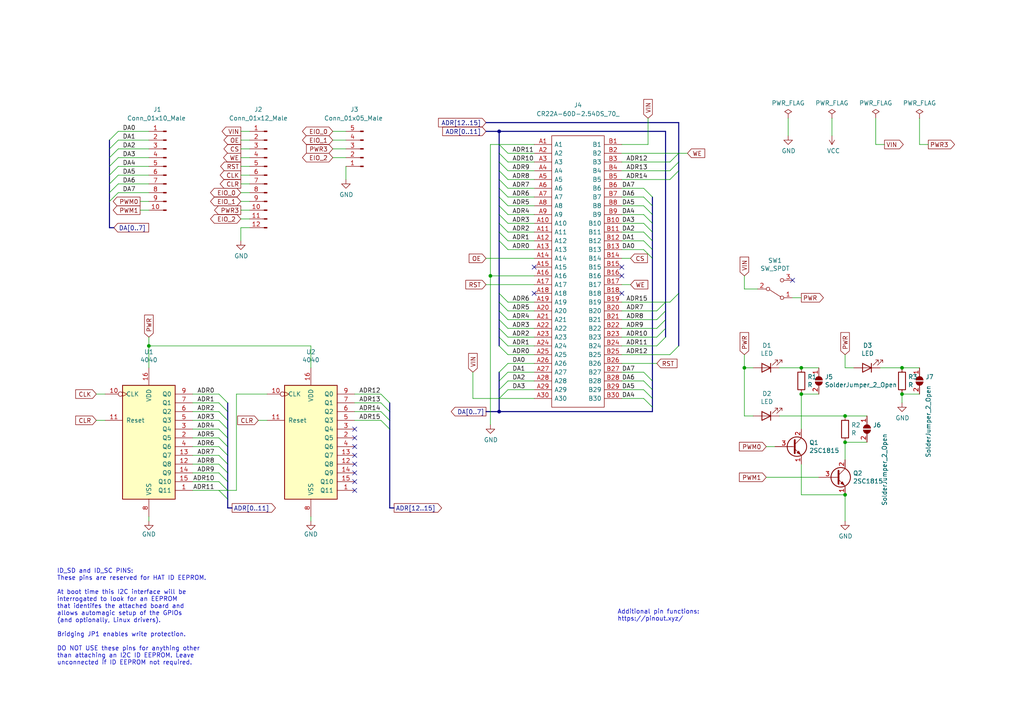
<source format=kicad_sch>
(kicad_sch (version 20211123) (generator eeschema)
  (paper "A4")
  (title_block (date "15 nov 2012"))
  (lib_symbols
    (symbol "4xxx:4040" (pin_names (offset 1.016))
      (property "Reference" "U" (at -7.62 16.51 0))
      (property "Value" "4040" (at -7.62 -19.05 0))
      (symbol "4040_1_0"
        (pin output line (at 12.7 -15.24 180) (length 5.08) (name "Q11") (number "1"))
        (pin input inverted_clock (at -12.7 12.7 0) (length 5.08) (name "CLK") (number "10"))
        (pin input line (at -12.7 5.08 0) (length 5.08) (name "Reset") (number "11"))
        (pin output line (at 12.7 -7.62 180) (length 5.08) (name "Q8") (number "12"))
        (pin output line (at 12.7 -5.08 180) (length 5.08) (name "Q7") (number "13"))
        (pin output line (at 12.7 -10.16 180) (length 5.08) (name "Q9") (number "14"))
        (pin output line (at 12.7 -12.7 180) (length 5.08) (name "Q10") (number "15"))
        (pin power_in line (at 0 20.32 270) (length 5.08) (name "VDD") (number "16"))
        (pin output line (at 12.7 0 180) (length 5.08) (name "Q5") (number "2"))
        (pin output line (at 12.7 2.54 180) (length 5.08) (name "Q4") (number "3"))
        (pin output line (at 12.7 -2.54 180) (length 5.08) (name "Q6") (number "4"))
        (pin output line (at 12.7 5.08 180) (length 5.08) (name "Q3") (number "5"))
        (pin output line (at 12.7 7.62 180) (length 5.08) (name "Q2") (number "6"))
        (pin output line (at 12.7 10.16 180) (length 5.08) (name "Q1") (number "7"))
        (pin power_in line (at 0 -22.86 90) (length 5.08) (name "VSS") (number "8"))
        (pin output line (at 12.7 12.7 180) (length 5.08) (name "Q0") (number "9"))
      )
      (symbol "4040_1_1"
        (rectangle (start -7.62 15.24) (end 7.62 -17.78) (stroke (width 0.254)) (fill (type background)))
      )
    )
    (symbol "Connector:Conn_01x05_Male" (pin_names (offset 1.016) hide)
      (property "Reference" "J" (at 0 7.62 0))
      (property "Value" "Conn_01x05_Male" (at 0 -7.62 0))
      (symbol "Conn_01x05_Male_1_1"
        (polyline (pts (xy 1.27 -5.08) (xy 0.8636 -5.08)) (stroke (width 0.1524)))
        (polyline (pts (xy 1.27 -2.54) (xy 0.8636 -2.54)) (stroke (width 0.1524)))
        (polyline (pts (xy 1.27 0) (xy 0.8636 0)) (stroke (width 0.1524)))
        (polyline (pts (xy 1.27 2.54) (xy 0.8636 2.54)) (stroke (width 0.1524)))
        (polyline (pts (xy 1.27 5.08) (xy 0.8636 5.08)) (stroke (width 0.1524)))
        (rectangle (start 0.8636 -4.953) (end 0 -5.207) (stroke (width 0.1524)) (fill (type outline)))
        (rectangle (start 0.8636 -2.413) (end 0 -2.667) (stroke (width 0.1524)) (fill (type outline)))
        (rectangle (start 0.8636 0.127) (end 0 -0.127) (stroke (width 0.1524)) (fill (type outline)))
        (rectangle (start 0.8636 2.667) (end 0 2.413) (stroke (width 0.1524)) (fill (type outline)))
        (rectangle (start 0.8636 5.207) (end 0 4.953) (stroke (width 0.1524)) (fill (type outline)))
        (pin passive line (at 5.08 5.08 180) (length 3.81) (name "Pin_1") (number "1"))
        (pin passive line (at 5.08 2.54 180) (length 3.81) (name "Pin_2") (number "2"))
        (pin passive line (at 5.08 0 180) (length 3.81) (name "Pin_3") (number "3"))
        (pin passive line (at 5.08 -2.54 180) (length 3.81) (name "Pin_4") (number "4"))
        (pin passive line (at 5.08 -5.08 180) (length 3.81) (name "Pin_5") (number "5"))
      )
    )
    (symbol "Connector:Conn_01x10_Male" (pin_names (offset 1.016) hide)
      (property "Reference" "J" (at 0 12.7 0))
      (property "Value" "Conn_01x10_Male" (at 0 -15.24 0))
      (symbol "Conn_01x10_Male_1_1"
        (polyline (pts (xy 1.27 -12.7) (xy 0.8636 -12.7)) (stroke (width 0.1524)))
        (polyline (pts (xy 1.27 -10.16) (xy 0.8636 -10.16)) (stroke (width 0.1524)))
        (polyline (pts (xy 1.27 -7.62) (xy 0.8636 -7.62)) (stroke (width 0.1524)))
        (polyline (pts (xy 1.27 -5.08) (xy 0.8636 -5.08)) (stroke (width 0.1524)))
        (polyline (pts (xy 1.27 -2.54) (xy 0.8636 -2.54)) (stroke (width 0.1524)))
        (polyline (pts (xy 1.27 0) (xy 0.8636 0)) (stroke (width 0.1524)))
        (polyline (pts (xy 1.27 2.54) (xy 0.8636 2.54)) (stroke (width 0.1524)))
        (polyline (pts (xy 1.27 5.08) (xy 0.8636 5.08)) (stroke (width 0.1524)))
        (polyline (pts (xy 1.27 7.62) (xy 0.8636 7.62)) (stroke (width 0.1524)))
        (polyline (pts (xy 1.27 10.16) (xy 0.8636 10.16)) (stroke (width 0.1524)))
        (rectangle (start 0.8636 -12.573) (end 0 -12.827) (stroke (width 0.1524)) (fill (type outline)))
        (rectangle (start 0.8636 -10.033) (end 0 -10.287) (stroke (width 0.1524)) (fill (type outline)))
        (rectangle (start 0.8636 -7.493) (end 0 -7.747) (stroke (width 0.1524)) (fill (type outline)))
        (rectangle (start 0.8636 -4.953) (end 0 -5.207) (stroke (width 0.1524)) (fill (type outline)))
        (rectangle (start 0.8636 -2.413) (end 0 -2.667) (stroke (width 0.1524)) (fill (type outline)))
        (rectangle (start 0.8636 0.127) (end 0 -0.127) (stroke (width 0.1524)) (fill (type outline)))
        (rectangle (start 0.8636 2.667) (end 0 2.413) (stroke (width 0.1524)) (fill (type outline)))
        (rectangle (start 0.8636 5.207) (end 0 4.953) (stroke (width 0.1524)) (fill (type outline)))
        (rectangle (start 0.8636 7.747) (end 0 7.493) (stroke (width 0.1524)) (fill (type outline)))
        (rectangle (start 0.8636 10.287) (end 0 10.033) (stroke (width 0.1524)) (fill (type outline)))
        (pin passive line (at 5.08 10.16 180) (length 3.81) (name "Pin_1") (number "1"))
        (pin passive line (at 5.08 -12.7 180) (length 3.81) (name "Pin_10") (number "10"))
        (pin passive line (at 5.08 7.62 180) (length 3.81) (name "Pin_2") (number "2"))
        (pin passive line (at 5.08 5.08 180) (length 3.81) (name "Pin_3") (number "3"))
        (pin passive line (at 5.08 2.54 180) (length 3.81) (name "Pin_4") (number "4"))
        (pin passive line (at 5.08 0 180) (length 3.81) (name "Pin_5") (number "5"))
        (pin passive line (at 5.08 -2.54 180) (length 3.81) (name "Pin_6") (number "6"))
        (pin passive line (at 5.08 -5.08 180) (length 3.81) (name "Pin_7") (number "7"))
        (pin passive line (at 5.08 -7.62 180) (length 3.81) (name "Pin_8") (number "8"))
        (pin passive line (at 5.08 -10.16 180) (length 3.81) (name "Pin_9") (number "9"))
      )
    )
    (symbol "Connector:Conn_01x12_Male" (pin_names (offset 1.016) hide)
      (property "Reference" "J" (at 0 15.24 0))
      (property "Value" "Conn_01x12_Male" (at 0 -17.78 0))
      (symbol "Conn_01x12_Male_1_1"
        (polyline (pts (xy 1.27 -15.24) (xy 0.8636 -15.24)) (stroke (width 0.1524)))
        (polyline (pts (xy 1.27 -12.7) (xy 0.8636 -12.7)) (stroke (width 0.1524)))
        (polyline (pts (xy 1.27 -10.16) (xy 0.8636 -10.16)) (stroke (width 0.1524)))
        (polyline (pts (xy 1.27 -7.62) (xy 0.8636 -7.62)) (stroke (width 0.1524)))
        (polyline (pts (xy 1.27 -5.08) (xy 0.8636 -5.08)) (stroke (width 0.1524)))
        (polyline (pts (xy 1.27 -2.54) (xy 0.8636 -2.54)) (stroke (width 0.1524)))
        (polyline (pts (xy 1.27 0) (xy 0.8636 0)) (stroke (width 0.1524)))
        (polyline (pts (xy 1.27 2.54) (xy 0.8636 2.54)) (stroke (width 0.1524)))
        (polyline (pts (xy 1.27 5.08) (xy 0.8636 5.08)) (stroke (width 0.1524)))
        (polyline (pts (xy 1.27 7.62) (xy 0.8636 7.62)) (stroke (width 0.1524)))
        (polyline (pts (xy 1.27 10.16) (xy 0.8636 10.16)) (stroke (width 0.1524)))
        (polyline (pts (xy 1.27 12.7) (xy 0.8636 12.7)) (stroke (width 0.1524)))
        (rectangle (start 0.8636 -15.113) (end 0 -15.367) (stroke (width 0.1524)) (fill (type outline)))
        (rectangle (start 0.8636 -12.573) (end 0 -12.827) (stroke (width 0.1524)) (fill (type outline)))
        (rectangle (start 0.8636 -10.033) (end 0 -10.287) (stroke (width 0.1524)) (fill (type outline)))
        (rectangle (start 0.8636 -7.493) (end 0 -7.747) (stroke (width 0.1524)) (fill (type outline)))
        (rectangle (start 0.8636 -4.953) (end 0 -5.207) (stroke (width 0.1524)) (fill (type outline)))
        (rectangle (start 0.8636 -2.413) (end 0 -2.667) (stroke (width 0.1524)) (fill (type outline)))
        (rectangle (start 0.8636 0.127) (end 0 -0.127) (stroke (width 0.1524)) (fill (type outline)))
        (rectangle (start 0.8636 2.667) (end 0 2.413) (stroke (width 0.1524)) (fill (type outline)))
        (rectangle (start 0.8636 5.207) (end 0 4.953) (stroke (width 0.1524)) (fill (type outline)))
        (rectangle (start 0.8636 7.747) (end 0 7.493) (stroke (width 0.1524)) (fill (type outline)))
        (rectangle (start 0.8636 10.287) (end 0 10.033) (stroke (width 0.1524)) (fill (type outline)))
        (rectangle (start 0.8636 12.827) (end 0 12.573) (stroke (width 0.1524)) (fill (type outline)))
        (pin passive line (at 5.08 12.7 180) (length 3.81) (name "Pin_1") (number "1"))
        (pin passive line (at 5.08 -10.16 180) (length 3.81) (name "Pin_10") (number "10"))
        (pin passive line (at 5.08 -12.7 180) (length 3.81) (name "Pin_11") (number "11"))
        (pin passive line (at 5.08 -15.24 180) (length 3.81) (name "Pin_12") (number "12"))
        (pin passive line (at 5.08 10.16 180) (length 3.81) (name "Pin_2") (number "2"))
        (pin passive line (at 5.08 7.62 180) (length 3.81) (name "Pin_3") (number "3"))
        (pin passive line (at 5.08 5.08 180) (length 3.81) (name "Pin_4") (number "4"))
        (pin passive line (at 5.08 2.54 180) (length 3.81) (name "Pin_5") (number "5"))
        (pin passive line (at 5.08 0 180) (length 3.81) (name "Pin_6") (number "6"))
        (pin passive line (at 5.08 -2.54 180) (length 3.81) (name "Pin_7") (number "7"))
        (pin passive line (at 5.08 -5.08 180) (length 3.81) (name "Pin_8") (number "8"))
        (pin passive line (at 5.08 -7.62 180) (length 3.81) (name "Pin_9") (number "9"))
      )
    )
    (symbol "Device:LED" (pin_numbers hide) (pin_names (offset 1.016) hide)
      (property "Reference" "D" (at 0 2.54 0))
      (property "Value" "LED" (at 0 -2.54 0))
      (symbol "LED_0_1"
        (polyline (pts (xy -1.27 -1.27) (xy -1.27 1.27)) (stroke (width 0.254)))
        (polyline (pts (xy -1.27 0) (xy 1.27 0)))
        (polyline (pts (xy 1.27 -1.27) (xy 1.27 1.27) (xy -1.27 0) (xy 1.27 -1.27)) (stroke (width 0.254)))
        (polyline (pts (xy -3.048 -0.762) (xy -4.572 -2.286) (xy -3.81 -2.286) (xy -4.572 -2.286) (xy -4.572 -1.524)))
        (polyline (pts (xy -1.778 -0.762) (xy -3.302 -2.286) (xy -2.54 -2.286) (xy -3.302 -2.286) (xy -3.302 -1.524)))
      )
      (symbol "LED_1_1"
        (pin passive line (at -3.81 0 0) (length 2.54) (name "K") (number "1"))
        (pin passive line (at 3.81 0 180) (length 2.54) (name "A") (number "2"))
      )
    )
    (symbol "Device:R" (pin_numbers hide) (pin_names (offset 0))
      (property "Reference" "R" (at 2.032 0 90))
      (property "Value" "R" (at 0 0 90))
      (symbol "R_0_1"
        (rectangle (start -1.016 -2.54) (end 1.016 2.54) (stroke (width 0.254)))
      )
      (symbol "R_1_1"
        (pin passive line (at 0 3.81 270) (length 1.27) (name "~") (number "1"))
        (pin passive line (at 0 -3.81 90) (length 1.27) (name "~") (number "2"))
      )
    )
    (symbol "Jumper:SolderJumper_2_Open" (pin_names (offset 0) hide)
      (property "Reference" "JP" (at 0 2.032 0))
      (property "Value" "SolderJumper_2_Open" (at 0 -2.54 0))
      (symbol "SolderJumper_2_Open_0_1"
        (arc (start -0.254 1.016) (mid -1.27 0) (end -0.254 -1.016))
        (arc (start -0.254 1.016) (mid -1.27 0) (end -0.254 -1.016) (fill (type outline)))
        (polyline (pts (xy -0.254 1.016) (xy -0.254 -1.016)))
        (polyline (pts (xy 0.254 1.016) (xy 0.254 -1.016)))
        (arc (start 0.254 -1.016) (mid 1.27 0) (end 0.254 1.016))
        (arc (start 0.254 -1.016) (mid 1.27 0) (end 0.254 1.016) (fill (type outline)))
      )
      (symbol "SolderJumper_2_Open_1_1"
        (pin passive line (at -3.81 0 0) (length 2.54) (name "A") (number "1"))
        (pin passive line (at 3.81 0 180) (length 2.54) (name "B") (number "2"))
      )
    )
    (symbol "SamacSys_Parts:CR22A-60D-2.54DS_70_" (pin_names (offset 0.762))
      (property "Reference" "J" (at 21.59 7.62 0))
      (property "Value" "CR22A-60D-2.54DS_70_" (at 21.59 5.08 0))
      (symbol "CR22A-60D-2.54DS_70__0_0"
        (pin passive line (at 0 0 0) (length 5.08) (name "A1") (number "A1"))
        (pin passive line (at 0 -22.86 0) (length 5.08) (name "A10") (number "A10"))
        (pin passive line (at 0 -25.4 0) (length 5.08) (name "A11") (number "A11"))
        (pin passive line (at 0 -27.94 0) (length 5.08) (name "A12") (number "A12"))
        (pin passive line (at 0 -30.48 0) (length 5.08) (name "A13") (number "A13"))
        (pin passive line (at 0 -33.02 0) (length 5.08) (name "A14") (number "A14"))
        (pin passive line (at 0 -35.56 0) (length 5.08) (name "A15") (number "A15"))
        (pin passive line (at 0 -38.1 0) (length 5.08) (name "A16") (number "A16"))
        (pin passive line (at 0 -40.64 0) (length 5.08) (name "A17") (number "A17"))
        (pin passive line (at 0 -43.18 0) (length 5.08) (name "A18") (number "A18"))
        (pin passive line (at 0 -45.72 0) (length 5.08) (name "A19") (number "A19"))
        (pin passive line (at 0 -2.54 0) (length 5.08) (name "A2") (number "A2"))
        (pin passive line (at 0 -48.26 0) (length 5.08) (name "A20") (number "A20"))
        (pin passive line (at 0 -50.8 0) (length 5.08) (name "A21") (number "A21"))
        (pin passive line (at 0 -53.34 0) (length 5.08) (name "A22") (number "A22"))
        (pin passive line (at 0 -55.88 0) (length 5.08) (name "A23") (number "A23"))
        (pin passive line (at 0 -58.42 0) (length 5.08) (name "A24") (number "A24"))
        (pin passive line (at 0 -60.96 0) (length 5.08) (name "A25") (number "A25"))
        (pin passive line (at 0 -63.5 0) (length 5.08) (name "A26") (number "A26"))
        (pin passive line (at 0 -66.04 0) (length 5.08) (name "A27") (number "A27"))
        (pin passive line (at 0 -68.58 0) (length 5.08) (name "A28") (number "A28"))
        (pin passive line (at 0 -71.12 0) (length 5.08) (name "A29") (number "A29"))
        (pin passive line (at 0 -5.08 0) (length 5.08) (name "A3") (number "A3"))
        (pin passive line (at 0 -73.66 0) (length 5.08) (name "A30") (number "A30"))
        (pin passive line (at 0 -7.62 0) (length 5.08) (name "A4") (number "A4"))
        (pin passive line (at 0 -10.16 0) (length 5.08) (name "A5") (number "A5"))
        (pin passive line (at 0 -12.7 0) (length 5.08) (name "A6") (number "A6"))
        (pin passive line (at 0 -15.24 0) (length 5.08) (name "A7") (number "A7"))
        (pin passive line (at 0 -17.78 0) (length 5.08) (name "A8") (number "A8"))
        (pin passive line (at 0 -20.32 0) (length 5.08) (name "A9") (number "A9"))
        (pin passive line (at 25.4 0 180) (length 5.08) (name "B1") (number "B1"))
        (pin passive line (at 25.4 -22.86 180) (length 5.08) (name "B10") (number "B10"))
        (pin passive line (at 25.4 -25.4 180) (length 5.08) (name "B11") (number "B11"))
        (pin passive line (at 25.4 -27.94 180) (length 5.08) (name "B12") (number "B12"))
        (pin passive line (at 25.4 -30.48 180) (length 5.08) (name "B13") (number "B13"))
        (pin passive line (at 25.4 -33.02 180) (length 5.08) (name "B14") (number "B14"))
        (pin passive line (at 25.4 -35.56 180) (length 5.08) (name "B15") (number "B15"))
        (pin passive line (at 25.4 -38.1 180) (length 5.08) (name "B16") (number "B16"))
        (pin passive line (at 25.4 -40.64 180) (length 5.08) (name "B17") (number "B17"))
        (pin passive line (at 25.4 -43.18 180) (length 5.08) (name "B18") (number "B18"))
        (pin passive line (at 25.4 -45.72 180) (length 5.08) (name "B19") (number "B19"))
        (pin passive line (at 25.4 -2.54 180) (length 5.08) (name "B2") (number "B2"))
        (pin passive line (at 25.4 -48.26 180) (length 5.08) (name "B20") (number "B20"))
        (pin passive line (at 25.4 -50.8 180) (length 5.08) (name "B21") (number "B21"))
        (pin passive line (at 25.4 -53.34 180) (length 5.08) (name "B22") (number "B22"))
        (pin passive line (at 25.4 -55.88 180) (length 5.08) (name "B23") (number "B23"))
        (pin passive line (at 25.4 -58.42 180) (length 5.08) (name "B24") (number "B24"))
        (pin passive line (at 25.4 -60.96 180) (length 5.08) (name "B25") (number "B25"))
        (pin passive line (at 25.4 -63.5 180) (length 5.08) (name "B26") (number "B26"))
        (pin passive line (at 25.4 -66.04 180) (length 5.08) (name "B27") (number "B27"))
        (pin passive line (at 25.4 -68.58 180) (length 5.08) (name "B28") (number "B28"))
        (pin passive line (at 25.4 -71.12 180) (length 5.08) (name "B29") (number "B29"))
        (pin passive line (at 25.4 -5.08 180) (length 5.08) (name "B3") (number "B3"))
        (pin passive line (at 25.4 -73.66 180) (length 5.08) (name "B30") (number "B30"))
        (pin passive line (at 25.4 -7.62 180) (length 5.08) (name "B4") (number "B4"))
        (pin passive line (at 25.4 -10.16 180) (length 5.08) (name "B5") (number "B5"))
        (pin passive line (at 25.4 -12.7 180) (length 5.08) (name "B6") (number "B6"))
        (pin passive line (at 25.4 -15.24 180) (length 5.08) (name "B7") (number "B7"))
        (pin passive line (at 25.4 -17.78 180) (length 5.08) (name "B8") (number "B8"))
        (pin passive line (at 25.4 -20.32 180) (length 5.08) (name "B9") (number "B9"))
      )
      (symbol "CR22A-60D-2.54DS_70__0_1"
        (polyline (pts (xy 5.08 2.54) (xy 20.32 2.54) (xy 20.32 -76.2) (xy 5.08 -76.2) (xy 5.08 2.54)) (stroke (width 0.1524)))
      )
    )
    (symbol "Switch:SW_SPDT" (pin_names (offset 0) hide)
      (property "Reference" "SW" (at 0 4.318 0))
      (property "Value" "SW_SPDT" (at 0 -5.08 0))
      (symbol "SW_SPDT_0_0"
        (circle (center -2.032 0) (radius 0.508))
        (circle (center 2.032 -2.54) (radius 0.508))
      )
      (symbol "SW_SPDT_0_1"
        (polyline (pts (xy -1.524 0.254) (xy 1.651 2.286)))
        (circle (center 2.032 2.54) (radius 0.508))
      )
      (symbol "SW_SPDT_1_1"
        (pin passive line (at 5.08 2.54 180) (length 2.54) (name "A") (number "1"))
        (pin passive line (at -5.08 0 0) (length 2.54) (name "B") (number "2"))
        (pin passive line (at 5.08 -2.54 180) (length 2.54) (name "C") (number "3"))
      )
    )
    (symbol "Transistor_BJT:2SC1815" (pin_names (offset 0) hide)
      (property "Reference" "Q" (at 5.08 1.905 0))
      (property "Value" "2SC1815" (at 5.08 0 0))
      (symbol "2SC1815_0_1"
        (polyline (pts (xy 0 0) (xy 0.508 0)))
        (polyline (pts (xy 0.635 0.635) (xy 2.54 2.54)))
        (polyline (pts (xy 0.635 -0.635) (xy 2.54 -2.54) (xy 2.54 -2.54)))
        (polyline (pts (xy 0.635 1.905) (xy 0.635 -1.905) (xy 0.635 -1.905)) (stroke (width 0.508)))
        (polyline (pts (xy 1.27 -1.778) (xy 1.778 -1.27) (xy 2.286 -2.286) (xy 1.27 -1.778) (xy 1.27 -1.778)) (fill (type outline)))
        (circle (center 1.27 0) (radius 2.8194) (stroke (width 0.254)))
      )
      (symbol "2SC1815_1_1"
        (pin passive line (at 2.54 -5.08 90) (length 2.54) (name "E") (number "1"))
        (pin passive line (at 2.54 5.08 270) (length 2.54) (name "C") (number "2"))
        (pin input line (at -5.08 0 0) (length 5.08) (name "B") (number "3"))
      )
    )
    (symbol "power:GND" (power) (pin_names (offset 0))
      (property "Value" "GND" (at 0 -3.81 0))
      (symbol "GND_0_1"
        (polyline (pts (xy 0 0) (xy 0 -1.27) (xy 1.27 -1.27) (xy 0 -2.54) (xy -1.27 -1.27) (xy 0 -1.27)))
      )
      (symbol "GND_1_1"
        (pin power_in line (at 0 0 270) (length 0) hide (name "GND") (number "1"))
      )
    )
    (symbol "power:PWR_FLAG" (power) (pin_numbers hide) (pin_names (offset 0) hide)
      (property "Value" "PWR_FLAG" (at 0 3.81 0))
      (symbol "PWR_FLAG_0_0"
        (pin power_out line (at 0 0 90) (length 0) (name "pwr") (number "1"))
      )
      (symbol "PWR_FLAG_0_1"
        (polyline (pts (xy 0 0) (xy 0 1.27) (xy -1.016 1.905) (xy 0 2.54) (xy 1.016 1.905) (xy 0 1.27)))
      )
    )
    (symbol "power:VCC" (power) (pin_names (offset 0))
      (property "Value" "VCC" (at 0 3.81 0))
      (symbol "VCC_0_1"
        (polyline (pts (xy -0.762 1.27) (xy 0 2.54)))
        (polyline (pts (xy 0 0) (xy 0 2.54)))
        (polyline (pts (xy 0 2.54) (xy 0.762 1.27)))
      )
      (symbol "VCC_1_1"
        (pin power_in line (at 0 0 90) (length 0) hide (name "VCC") (number "1"))
      )
    )
  )
  (junction (at 144.78 38.1))
  (junction (at 144.78 119.38))
  (junction (at 245.11 128.27))
  (junction (at 245.11 143.51))
  (junction (at 215.9 106.68))
  (junction (at 43.18 100.33))
  (junction (at 245.11 120.65))
  (junction (at 142.24 80.01))
  (junction (at 232.41 106.68))
  (junction (at 261.62 114.3))
  (junction (at 261.62 106.68))
  (junction (at 232.41 114.3))
  (no_connect (at 102.87 139.7))
  (no_connect (at 154.94 85.09))
  (no_connect (at 102.87 124.46))
  (no_connect (at 180.34 85.09))
  (no_connect (at 102.87 134.62))
  (no_connect (at 180.34 77.47))
  (no_connect (at 229.87 81.28))
  (no_connect (at 102.87 127))
  (no_connect (at 102.87 142.24))
  (no_connect (at 154.94 77.47))
  (no_connect (at 102.87 137.16))
  (no_connect (at 102.87 129.54))
  (no_connect (at 102.87 132.08))
  (no_connect (at 180.34 80.01))
  (bus_entry (at 63.5 121.92) (size 2.54 2.54))
  (bus_entry (at 63.5 129.54) (size 2.54 2.54))
  (bus_entry (at 110.49 121.92) (size 2.54 2.54))
  (bus_entry (at 147.32 64.77) (size -2.54 -2.54))
  (bus_entry (at 147.32 57.15) (size -2.54 -2.54))
  (bus_entry (at 63.5 114.3) (size 2.54 2.54))
  (bus_entry (at 189.23 64.77) (size -2.54 -2.54))
  (bus_entry (at 144.78 113.03) (size 2.54 -2.54))
  (bus_entry (at 144.78 110.49) (size 2.54 -2.54))
  (bus_entry (at 63.5 142.24) (size 2.54 2.54))
  (bus_entry (at 63.5 134.62) (size 2.54 2.54))
  (bus_entry (at 194.31 87.63) (size 2.54 -2.54))
  (bus_entry (at 31.75 45.72) (size 2.54 -2.54))
  (bus_entry (at 189.23 115.57) (size -2.54 -2.54))
  (bus_entry (at 189.23 57.15) (size -2.54 -2.54))
  (bus_entry (at 189.23 113.03) (size -2.54 -2.54))
  (bus_entry (at 147.32 72.39) (size -2.54 -2.54))
  (bus_entry (at 147.32 62.23) (size -2.54 -2.54))
  (bus_entry (at 63.5 137.16) (size 2.54 2.54))
  (bus_entry (at 194.31 52.07) (size 2.54 -2.54))
  (bus_entry (at 190.5 97.79) (size 2.54 -2.54))
  (bus_entry (at 31.75 43.18) (size 2.54 -2.54))
  (bus_entry (at 147.32 59.69) (size -2.54 -2.54))
  (bus_entry (at 110.49 114.3) (size 2.54 2.54))
  (bus_entry (at 144.78 115.57) (size 2.54 -2.54))
  (bus_entry (at 110.49 116.84) (size 2.54 2.54))
  (bus_entry (at 63.5 119.38) (size 2.54 2.54))
  (bus_entry (at 194.31 49.53) (size 2.54 -2.54))
  (bus_entry (at 189.23 67.31) (size -2.54 -2.54))
  (bus_entry (at 189.23 118.11) (size -2.54 -2.54))
  (bus_entry (at 194.31 102.87) (size 2.54 -2.54))
  (bus_entry (at 147.32 46.99) (size -2.54 -2.54))
  (bus_entry (at 147.32 52.07) (size -2.54 -2.54))
  (bus_entry (at 63.5 127) (size 2.54 2.54))
  (bus_entry (at 194.31 46.99) (size 2.54 -2.54))
  (bus_entry (at 144.78 107.95) (size 2.54 -2.54))
  (bus_entry (at 63.5 116.84) (size 2.54 2.54))
  (bus_entry (at 63.5 132.08) (size 2.54 2.54))
  (bus_entry (at 147.32 102.87) (size -2.54 -2.54))
  (bus_entry (at 110.49 119.38) (size 2.54 2.54))
  (bus_entry (at 190.5 100.33) (size 2.54 -2.54))
  (bus_entry (at 189.23 62.23) (size -2.54 -2.54))
  (bus_entry (at 147.32 44.45) (size -2.54 -2.54))
  (bus_entry (at 147.32 54.61) (size -2.54 -2.54))
  (bus_entry (at 63.5 124.46) (size 2.54 2.54))
  (bus_entry (at 147.32 69.85) (size -2.54 -2.54))
  (bus_entry (at 147.32 90.17) (size -2.54 -2.54))
  (bus_entry (at 190.5 90.17) (size 2.54 -2.54))
  (bus_entry (at 147.32 95.25) (size -2.54 -2.54))
  (bus_entry (at 147.32 92.71) (size -2.54 -2.54))
  (bus_entry (at 189.23 59.69) (size -2.54 -2.54))
  (bus_entry (at 189.23 110.49) (size -2.54 -2.54))
  (bus_entry (at 147.32 49.53) (size -2.54 -2.54))
  (bus_entry (at 63.5 139.7) (size 2.54 2.54))
  (bus_entry (at 189.23 72.39) (size -2.54 -2.54))
  (bus_entry (at 189.23 69.85) (size -2.54 -2.54))
  (bus_entry (at 190.5 92.71) (size 2.54 -2.54))
  (bus_entry (at 147.32 67.31) (size -2.54 -2.54))
  (bus_entry (at 147.32 100.33) (size -2.54 -2.54))
  (bus_entry (at 31.75 53.34) (size 2.54 -2.54))
  (bus_entry (at 189.23 74.93) (size -2.54 -2.54))
  (bus_entry (at 190.5 95.25) (size 2.54 -2.54))
  (bus_entry (at 147.32 87.63) (size -2.54 -2.54))
  (bus_entry (at 31.75 55.88) (size 2.54 -2.54))
  (bus_entry (at 147.32 97.79) (size -2.54 -2.54))
  (bus_entry (at 31.75 48.26) (size 2.54 -2.54))
  (bus_entry (at 31.75 58.42) (size 2.54 -2.54))
  (bus_entry (at 31.75 50.8) (size 2.54 -2.54))
  (bus_entry (at 31.75 40.64) (size 2.54 -2.54))
  (bus (pts (xy 196.85 35.56) (xy 196.85 44.45)))
  (bus (pts (xy 189.23 59.69) (xy 189.23 62.23)))
  (bus (pts (xy 31.75 50.8) (xy 31.75 53.34)))
  (bus (pts (xy 189.23 69.85) (xy 189.23 72.39)))
  (wire (pts (xy 102.87 114.3) (xy 110.49 114.3)))
  (wire (pts (xy 180.34 102.87) (xy 194.31 102.87)))
  (wire (pts (xy 254 41.91) (xy 256.54 41.91)))
  (bus (pts (xy 144.78 64.77) (xy 144.78 67.31)))
  (wire (pts (xy 232.41 114.3) (xy 232.41 124.46)))
  (wire (pts (xy 55.88 142.24) (xy 63.5 142.24)))
  (wire (pts (xy 186.69 64.77) (xy 180.34 64.77)))
  (wire (pts (xy 55.88 137.16) (xy 63.5 137.16)))
  (wire (pts (xy 186.69 67.31) (xy 180.34 67.31)))
  (wire (pts (xy 154.94 57.15) (xy 147.32 57.15)))
  (bus (pts (xy 189.23 72.39) (xy 189.23 74.93)))
  (wire (pts (xy 180.34 46.99) (xy 194.31 46.99)))
  (wire (pts (xy 180.34 92.71) (xy 190.5 92.71)))
  (bus (pts (xy 189.23 67.31) (xy 189.23 69.85)))
  (bus (pts (xy 31.75 40.64) (xy 31.75 43.18)))
  (wire (pts (xy 254 34.29) (xy 254 41.91)))
  (wire (pts (xy 154.94 115.57) (xy 144.78 115.57)))
  (wire (pts (xy 222.25 138.43) (xy 237.49 138.43)))
  (bus (pts (xy 66.04 139.7) (xy 66.04 142.24)))
  (wire (pts (xy 154.94 44.45) (xy 147.32 44.45)))
  (wire (pts (xy 180.34 72.39) (xy 186.69 72.39)))
  (bus (pts (xy 31.75 55.88) (xy 31.75 58.42)))
  (wire (pts (xy 72.39 48.26) (xy 69.85 48.26)))
  (bus (pts (xy 189.23 64.77) (xy 189.23 67.31)))
  (wire (pts (xy 193.04 87.63) (xy 194.31 87.63)))
  (bus (pts (xy 196.85 44.45) (xy 196.85 46.99)))
  (bus (pts (xy 66.04 129.54) (xy 66.04 132.08)))
  (bus (pts (xy 31.75 58.42) (xy 31.75 66.04)))
  (bus (pts (xy 144.78 90.17) (xy 144.78 92.71)))
  (wire (pts (xy 186.69 115.57) (xy 180.34 115.57)))
  (bus (pts (xy 113.03 119.38) (xy 113.03 121.92)))
  (wire (pts (xy 27.94 114.3) (xy 30.48 114.3)))
  (wire (pts (xy 180.34 97.79) (xy 190.5 97.79)))
  (wire (pts (xy 228.6 34.29) (xy 228.6 39.37)))
  (wire (pts (xy 154.94 97.79) (xy 147.32 97.79)))
  (wire (pts (xy 186.69 113.03) (xy 180.34 113.03)))
  (wire (pts (xy 196.85 44.45) (xy 199.39 44.45)))
  (wire (pts (xy 154.94 41.91) (xy 144.78 41.91)))
  (wire (pts (xy 154.94 90.17) (xy 147.32 90.17)))
  (bus (pts (xy 144.78 46.99) (xy 144.78 49.53)))
  (bus (pts (xy 144.78 67.31) (xy 144.78 69.85)))
  (wire (pts (xy 55.88 129.54) (xy 63.5 129.54)))
  (wire (pts (xy 102.87 119.38) (xy 110.49 119.38)))
  (wire (pts (xy 96.52 40.64) (xy 100.33 40.64)))
  (bus (pts (xy 66.04 132.08) (xy 66.04 134.62)))
  (wire (pts (xy 215.9 102.87) (xy 215.9 106.68)))
  (wire (pts (xy 226.06 120.65) (xy 245.11 120.65)))
  (bus (pts (xy 196.85 85.09) (xy 196.85 100.33)))
  (wire (pts (xy 245.11 106.68) (xy 245.11 102.87)))
  (bus (pts (xy 144.78 92.71) (xy 144.78 95.25)))
  (wire (pts (xy 232.41 106.68) (xy 237.49 106.68)))
  (wire (pts (xy 186.69 69.85) (xy 180.34 69.85)))
  (wire (pts (xy 180.34 100.33) (xy 190.5 100.33)))
  (bus (pts (xy 189.23 115.57) (xy 189.23 118.11)))
  (wire (pts (xy 147.32 110.49) (xy 154.94 110.49)))
  (wire (pts (xy 186.69 110.49) (xy 180.34 110.49)))
  (wire (pts (xy 69.85 45.72) (xy 72.39 45.72)))
  (bus (pts (xy 144.78 57.15) (xy 144.78 59.69)))
  (wire (pts (xy 154.94 69.85) (xy 147.32 69.85)))
  (bus (pts (xy 196.85 46.99) (xy 196.85 49.53)))
  (wire (pts (xy 154.94 102.87) (xy 147.32 102.87)))
  (wire (pts (xy 154.94 74.93) (xy 140.97 74.93)))
  (bus (pts (xy 189.23 57.15) (xy 189.23 59.69)))
  (wire (pts (xy 255.27 106.68) (xy 261.62 106.68)))
  (wire (pts (xy 245.11 120.65) (xy 251.46 120.65)))
  (wire (pts (xy 72.39 60.96) (xy 69.85 60.96)))
  (wire (pts (xy 241.3 34.29) (xy 241.3 39.37)))
  (bus (pts (xy 144.78 110.49) (xy 144.78 113.03)))
  (bus (pts (xy 144.78 87.63) (xy 144.78 90.17)))
  (wire (pts (xy 266.7 34.29) (xy 266.7 41.91)))
  (wire (pts (xy 72.39 63.5) (xy 69.85 63.5)))
  (wire (pts (xy 55.88 114.3) (xy 63.5 114.3)))
  (bus (pts (xy 144.78 49.53) (xy 144.78 52.07)))
  (bus (pts (xy 144.78 95.25) (xy 144.78 97.79)))
  (wire (pts (xy 55.88 119.38) (xy 63.5 119.38)))
  (wire (pts (xy 154.94 46.99) (xy 147.32 46.99)))
  (bus (pts (xy 66.04 137.16) (xy 66.04 139.7)))
  (wire (pts (xy 215.9 120.65) (xy 218.44 120.65)))
  (wire (pts (xy 147.32 113.03) (xy 154.94 113.03)))
  (bus (pts (xy 144.78 115.57) (xy 144.78 119.38)))
  (bus (pts (xy 113.03 147.32) (xy 114.3 147.32)))
  (wire (pts (xy 43.18 58.42) (xy 40.64 58.42)))
  (bus (pts (xy 189.23 74.93) (xy 189.23 110.49)))
  (wire (pts (xy 110.49 121.92) (xy 102.87 121.92)))
  (wire (pts (xy 96.52 38.1) (xy 100.33 38.1)))
  (wire (pts (xy 154.94 59.69) (xy 147.32 59.69)))
  (bus (pts (xy 66.04 134.62) (xy 66.04 137.16)))
  (wire (pts (xy 180.34 87.63) (xy 193.04 87.63)))
  (wire (pts (xy 186.69 54.61) (xy 180.34 54.61)))
  (wire (pts (xy 68.58 114.3) (xy 77.47 114.3)))
  (bus (pts (xy 144.78 119.38) (xy 189.23 119.38)))
  (bus (pts (xy 144.78 85.09) (xy 144.78 87.63)))
  (wire (pts (xy 180.34 41.91) (xy 187.96 41.91)))
  (bus (pts (xy 189.23 62.23) (xy 189.23 64.77)))
  (bus (pts (xy 196.85 49.53) (xy 196.85 85.09)))
  (wire (pts (xy 180.34 90.17) (xy 190.5 90.17)))
  (wire (pts (xy 55.88 124.46) (xy 63.5 124.46)))
  (wire (pts (xy 142.24 80.01) (xy 142.24 41.91)))
  (bus (pts (xy 144.78 107.95) (xy 144.78 110.49)))
  (wire (pts (xy 100.33 43.18) (xy 96.52 43.18)))
  (wire (pts (xy 261.62 114.3) (xy 261.62 116.84)))
  (wire (pts (xy 186.69 62.23) (xy 180.34 62.23)))
  (bus (pts (xy 113.03 124.46) (xy 113.03 147.32)))
  (wire (pts (xy 55.88 132.08) (xy 63.5 132.08)))
  (bus (pts (xy 193.04 97.79) (xy 193.04 95.25)))
  (wire (pts (xy 237.49 114.3) (xy 232.41 114.3)))
  (wire (pts (xy 69.85 66.04) (xy 69.85 69.85)))
  (wire (pts (xy 154.94 92.71) (xy 147.32 92.71)))
  (wire (pts (xy 180.34 74.93) (xy 182.88 74.93)))
  (wire (pts (xy 261.62 106.68) (xy 266.7 106.68)))
  (bus (pts (xy 66.04 124.46) (xy 66.04 127)))
  (bus (pts (xy 193.04 90.17) (xy 193.04 87.63)))
  (wire (pts (xy 30.48 121.92) (xy 27.94 121.92)))
  (wire (pts (xy 66.04 142.24) (xy 68.58 142.24)))
  (bus (pts (xy 144.78 41.91) (xy 144.78 44.45)))
  (wire (pts (xy 247.65 106.68) (xy 245.11 106.68)))
  (wire (pts (xy 43.18 100.33) (xy 90.17 100.33)))
  (bus (pts (xy 66.04 116.84) (xy 66.04 119.38)))
  (wire (pts (xy 154.94 72.39) (xy 147.32 72.39)))
  (wire (pts (xy 142.24 80.01) (xy 142.24 123.19)))
  (wire (pts (xy 55.88 127) (xy 63.5 127)))
  (bus (pts (xy 66.04 121.92) (xy 66.04 124.46)))
  (wire (pts (xy 245.11 143.51) (xy 245.11 151.13)))
  (wire (pts (xy 34.29 45.72) (xy 43.18 45.72)))
  (bus (pts (xy 144.78 38.1) (xy 193.04 38.1)))
  (wire (pts (xy 215.9 80.01) (xy 215.9 83.82)))
  (wire (pts (xy 154.94 64.77) (xy 147.32 64.77)))
  (bus (pts (xy 193.04 87.63) (xy 193.04 38.1)))
  (wire (pts (xy 215.9 106.68) (xy 215.9 120.65)))
  (wire (pts (xy 90.17 149.86) (xy 90.17 151.13)))
  (wire (pts (xy 55.88 121.92) (xy 63.5 121.92)))
  (bus (pts (xy 66.04 147.32) (xy 67.31 147.32)))
  (bus (pts (xy 189.23 118.11) (xy 189.23 119.38)))
  (wire (pts (xy 34.29 38.1) (xy 43.18 38.1)))
  (wire (pts (xy 110.49 116.84) (xy 102.87 116.84)))
  (bus (pts (xy 113.03 116.84) (xy 113.03 119.38)))
  (bus (pts (xy 144.78 97.79) (xy 144.78 100.33)))
  (wire (pts (xy 55.88 139.7) (xy 63.5 139.7)))
  (bus (pts (xy 144.78 62.23) (xy 144.78 64.77)))
  (wire (pts (xy 266.7 114.3) (xy 261.62 114.3)))
  (bus (pts (xy 140.97 35.56) (xy 196.85 35.56)))
  (bus (pts (xy 144.78 52.07) (xy 144.78 54.61)))
  (wire (pts (xy 34.29 50.8) (xy 43.18 50.8)))
  (wire (pts (xy 68.58 114.3) (xy 68.58 142.24)))
  (wire (pts (xy 96.52 45.72) (xy 100.33 45.72)))
  (wire (pts (xy 43.18 60.96) (xy 40.64 60.96)))
  (wire (pts (xy 74.93 121.92) (xy 77.47 121.92)))
  (wire (pts (xy 34.29 40.64) (xy 43.18 40.64)))
  (wire (pts (xy 34.29 53.34) (xy 43.18 53.34)))
  (wire (pts (xy 186.69 57.15) (xy 180.34 57.15)))
  (wire (pts (xy 69.85 38.1) (xy 72.39 38.1)))
  (wire (pts (xy 194.31 49.53) (xy 180.34 49.53)))
  (wire (pts (xy 34.29 55.88) (xy 43.18 55.88)))
  (wire (pts (xy 180.34 82.55) (xy 182.88 82.55)))
  (bus (pts (xy 66.04 119.38) (xy 66.04 121.92)))
  (wire (pts (xy 215.9 83.82) (xy 219.71 83.82)))
  (wire (pts (xy 144.78 41.91) (xy 142.24 41.91)))
  (wire (pts (xy 69.85 40.64) (xy 72.39 40.64)))
  (wire (pts (xy 180.34 52.07) (xy 194.31 52.07)))
  (wire (pts (xy 69.85 50.8) (xy 72.39 50.8)))
  (wire (pts (xy 137.16 107.95) (xy 137.16 115.57)))
  (bus (pts (xy 193.04 95.25) (xy 193.04 92.71)))
  (wire (pts (xy 34.29 43.18) (xy 43.18 43.18)))
  (wire (pts (xy 55.88 116.84) (xy 63.5 116.84)))
  (wire (pts (xy 55.88 134.62) (xy 63.5 134.62)))
  (wire (pts (xy 180.34 95.25) (xy 190.5 95.25)))
  (wire (pts (xy 72.39 53.34) (xy 69.85 53.34)))
  (bus (pts (xy 144.78 44.45) (xy 144.78 46.99)))
  (bus (pts (xy 31.75 48.26) (xy 31.75 50.8)))
  (wire (pts (xy 186.69 107.95) (xy 180.34 107.95)))
  (wire (pts (xy 222.25 129.54) (xy 224.79 129.54)))
  (wire (pts (xy 63.5 142.24) (xy 66.04 142.24)))
  (bus (pts (xy 189.23 113.03) (xy 189.23 115.57)))
  (bus (pts (xy 140.97 38.1) (xy 144.78 38.1)))
  (wire (pts (xy 180.34 44.45) (xy 196.85 44.45)))
  (wire (pts (xy 147.32 105.41) (xy 154.94 105.41)))
  (wire (pts (xy 232.41 134.62) (xy 232.41 143.51)))
  (wire (pts (xy 154.94 80.01) (xy 142.24 80.01)))
  (wire (pts (xy 100.33 48.26) (xy 100.33 52.07)))
  (wire (pts (xy 147.32 107.95) (xy 154.94 107.95)))
  (wire (pts (xy 43.18 149.86) (xy 43.18 151.13)))
  (wire (pts (xy 43.18 100.33) (xy 43.18 106.68)))
  (bus (pts (xy 144.78 113.03) (xy 144.78 115.57)))
  (wire (pts (xy 154.94 100.33) (xy 147.32 100.33)))
  (wire (pts (xy 69.85 66.04) (xy 72.39 66.04)))
  (wire (pts (xy 154.94 95.25) (xy 147.32 95.25)))
  (wire (pts (xy 154.94 52.07) (xy 147.32 52.07)))
  (wire (pts (xy 154.94 82.55) (xy 140.97 82.55)))
  (bus (pts (xy 144.78 69.85) (xy 144.78 85.09)))
  (bus (pts (xy 31.75 53.34) (xy 31.75 55.88)))
  (wire (pts (xy 187.96 34.29) (xy 187.96 41.91)))
  (wire (pts (xy 245.11 128.27) (xy 245.11 133.35)))
  (wire (pts (xy 229.87 86.36) (xy 232.41 86.36)))
  (bus (pts (xy 31.75 43.18) (xy 31.75 45.72)))
  (wire (pts (xy 154.94 67.31) (xy 147.32 67.31)))
  (wire (pts (xy 43.18 97.79) (xy 43.18 100.33)))
  (bus (pts (xy 31.75 45.72) (xy 31.75 48.26)))
  (wire (pts (xy 154.94 62.23) (xy 147.32 62.23)))
  (wire (pts (xy 232.41 143.51) (xy 245.11 143.51)))
  (wire (pts (xy 34.29 48.26) (xy 43.18 48.26)))
  (wire (pts (xy 154.94 87.63) (xy 147.32 87.63)))
  (bus (pts (xy 144.78 59.69) (xy 144.78 62.23)))
  (bus (pts (xy 144.78 38.1) (xy 144.78 41.91)))
  (wire (pts (xy 154.94 49.53) (xy 147.32 49.53)))
  (bus (pts (xy 113.03 121.92) (xy 113.03 124.46)))
  (bus (pts (xy 66.04 142.24) (xy 66.04 144.78)))
  (wire (pts (xy 266.7 41.91) (xy 269.24 41.91)))
  (wire (pts (xy 180.34 105.41) (xy 190.5 105.41)))
  (wire (pts (xy 144.78 115.57) (xy 137.16 115.57)))
  (bus (pts (xy 193.04 92.71) (xy 193.04 90.17)))
  (bus (pts (xy 31.75 66.04) (xy 33.02 66.04)))
  (wire (pts (xy 251.46 128.27) (xy 245.11 128.27)))
  (bus (pts (xy 66.04 144.78) (xy 66.04 147.32)))
  (wire (pts (xy 226.06 106.68) (xy 232.41 106.68)))
  (wire (pts (xy 154.94 54.61) (xy 147.32 54.61)))
  (wire (pts (xy 72.39 43.18) (xy 69.85 43.18)))
  (bus (pts (xy 189.23 110.49) (xy 189.23 113.03)))
  (bus (pts (xy 66.04 127) (xy 66.04 129.54)))
  (wire (pts (xy 90.17 100.33) (xy 90.17 106.68)))
  (wire (pts (xy 186.69 59.69) (xy 180.34 59.69)))
  (wire (pts (xy 69.85 55.88) (xy 72.39 55.88)))
  (wire (pts (xy 72.39 58.42) (xy 69.85 58.42)))
  (bus (pts (xy 144.78 54.61) (xy 144.78 57.15)))
  (wire (pts (xy 218.44 106.68) (xy 215.9 106.68)))
  (bus (pts (xy 140.97 119.38) (xy 144.78 119.38)))
  (text "Additional pin functions:\nhttps://pinout.xyz/" (at 179.07 180.34 0) (effects (font (size 1.27 1.27)) (justify left bottom)))
  (text "ID_SD and ID_SC PINS:\nThese pins are reserved for HAT ID EEPROM.\n\nAt boot time this I2C interface will be\ninterrogated to look for an EEPROM\nthat identifes the attached board and\nallows automagic setup of the GPIOs\n(and optionally, Linux drivers).\n\nBridging JP1 enables write protection.\n\nDO NOT USE these pins for anything other\nthan attaching an I2C ID EEPROM. Leave\nunconnected if ID EEPROM not required." (at 16.51 193.04 0) (effects (font (size 1.27 1.27)) (justify left bottom)))
  (label "DA1" (at 35.56 40.64 0))
  (label "DA6" (at 184.15 110.49 180))
  (label "ADR14" (at 181.61 52.07 0))
  (label "ADR9" (at 148.59 49.53 0))
  (label "DA4" (at 184.15 62.23 180))
  (label "ADR4" (at 148.59 62.23 0))
  (label "ADR2" (at 62.23 119.38 180))
  (label "ADR8" (at 62.23 134.62 180))
  (label "ADR2" (at 148.59 97.79 0))
  (label "ADR8" (at 148.59 52.07 0))
  (label "DA0" (at 184.15 72.39 180))
  (label "DA4" (at 35.56 48.26 0))
  (label "DA7" (at 184.15 107.95 180))
  (label "DA0" (at 148.59 105.41 0))
  (label "DA1" (at 184.15 69.85 180))
  (label "DA4" (at 184.15 115.57 180))
  (label "ADR15" (at 181.61 87.63 0))
  (label "ADR6" (at 148.59 57.15 0))
  (label "ADR10" (at 181.61 97.79 0))
  (label "ADR5" (at 62.23 127 180))
  (label "ADR13" (at 181.61 49.53 0))
  (label "DA6" (at 184.15 57.15 180))
  (label "ADR11" (at 181.61 100.33 0))
  (label "DA5" (at 184.15 113.03 180))
  (label "DA1" (at 148.59 107.95 0))
  (label "ADR7" (at 62.23 132.08 180))
  (label "ADR7" (at 148.59 54.61 0))
  (label "ADR10" (at 148.59 46.99 0))
  (label "DA6" (at 35.56 53.34 0))
  (label "DA3" (at 148.59 113.03 0))
  (label "ADR7" (at 186.69 90.17 180))
  (label "ADR4" (at 62.23 124.46 180))
  (label "ADR3" (at 62.23 121.92 180))
  (label "ADR5" (at 148.59 90.17 0))
  (label "ADR3" (at 148.59 64.77 0))
  (label "DA5" (at 35.56 50.8 0))
  (label "ADR4" (at 148.59 92.71 0))
  (label "ADR0" (at 148.59 102.87 0))
  (label "ADR1" (at 148.59 100.33 0))
  (label "ADR0" (at 148.59 72.39 0))
  (label "DA2" (at 148.59 110.49 0))
  (label "ADR1" (at 148.59 69.85 0))
  (label "ADR14" (at 104.14 119.38 0))
  (label "ADR2" (at 148.59 67.31 0))
  (label "ADR5" (at 148.59 59.69 0))
  (label "ADR13" (at 104.14 116.84 0))
  (label "ADR10" (at 62.23 139.7 180))
  (label "DA3" (at 184.15 64.77 180))
  (label "ADR12" (at 181.61 46.99 0))
  (label "ADR11" (at 62.23 142.24 180))
  (label "ADR8" (at 186.69 92.71 180))
  (label "ADR6" (at 148.59 87.63 0))
  (label "DA2" (at 184.15 67.31 180))
  (label "ADR0" (at 62.23 114.3 180))
  (label "DA2" (at 35.56 43.18 0))
  (label "DA0" (at 35.56 38.1 0))
  (label "ADR6" (at 62.23 129.54 180))
  (label "ADR12" (at 181.61 102.87 0))
  (label "ADR15" (at 104.14 121.92 0))
  (label "DA3" (at 35.56 45.72 0))
  (label "DA7" (at 35.56 55.88 0))
  (label "ADR9" (at 186.69 95.25 180))
  (label "ADR11" (at 148.59 44.45 0))
  (label "DA5" (at 184.15 59.69 180))
  (label "ADR1" (at 62.23 116.84 180))
  (label "ADR3" (at 148.59 95.25 0))
  (label "DA7" (at 184.15 54.61 180))
  (label "ADR12" (at 104.14 114.3 0))
  (label "ADR9" (at 62.23 137.16 180))
  (global_label "EIO_0" (shape bidirectional) (at 69.85 55.88 180) (property "Intersheet References" "${INTERSHEET_REFS}" (effects hide)))
  (global_label "VIN" (shape input) (at 187.96 34.29 90) (property "Intersheet References" "${INTERSHEET_REFS}" (effects hide)))
  (global_label "VIN" (shape output) (at 69.85 38.1 180) (property "Intersheet References" "${INTERSHEET_REFS}" (effects hide)))
  (global_label "EIO_1" (shape bidirectional) (at 96.52 40.64 180) (property "Intersheet References" "${INTERSHEET_REFS}" (effects hide)))
  (global_label "CLK" (shape output) (at 69.85 50.8 180) (property "Intersheet References" "${INTERSHEET_REFS}" (effects hide)))
  (global_label "CS" (shape input) (at 182.88 74.93 0) (property "Intersheet References" "${INTERSHEET_REFS}" (effects hide)))
  (global_label "PWM0" (shape input) (at 222.25 129.54 180) (property "Intersheet References" "${INTERSHEET_REFS}" (effects hide)))
  (global_label "CLR" (shape input) (at 27.94 121.92 180) (property "Intersheet References" "${INTERSHEET_REFS}" (effects hide)))
  (global_label "EIO_0" (shape bidirectional) (at 96.52 38.1 180) (property "Intersheet References" "${INTERSHEET_REFS}" (effects hide)))
  (global_label "WE" (shape output) (at 69.85 45.72 180) (property "Intersheet References" "${INTERSHEET_REFS}" (effects hide)))
  (global_label "PWR3" (shape output) (at 69.85 60.96 180) (property "Intersheet References" "${INTERSHEET_REFS}" (effects hide)))
  (global_label "CS" (shape output) (at 69.85 43.18 180) (property "Intersheet References" "${INTERSHEET_REFS}" (effects hide)))
  (global_label "RST" (shape input) (at 140.97 82.55 180) (property "Intersheet References" "${INTERSHEET_REFS}" (effects hide)))
  (global_label "VIN" (shape input) (at 137.16 107.95 90) (property "Intersheet References" "${INTERSHEET_REFS}" (effects hide)))
  (global_label "CLK" (shape input) (at 27.94 114.3 180) (property "Intersheet References" "${INTERSHEET_REFS}" (effects hide)))
  (global_label "ADR[0..11]" (shape output) (at 67.31 147.32 0) (property "Intersheet References" "${INTERSHEET_REFS}" (effects hide)))
  (global_label "PWM0" (shape output) (at 40.64 58.42 180) (property "Intersheet References" "${INTERSHEET_REFS}" (effects hide)))
  (global_label "DA[0..7]" (shape output) (at 140.97 119.38 180) (property "Intersheet References" "${INTERSHEET_REFS}" (effects hide)))
  (global_label "PWM1" (shape input) (at 222.25 138.43 180) (property "Intersheet References" "${INTERSHEET_REFS}" (effects hide)))
  (global_label "VIN" (shape output) (at 256.54 41.91 0) (property "Intersheet References" "${INTERSHEET_REFS}" (effects hide)))
  (global_label "PWR" (shape output) (at 232.41 86.36 0) (property "Intersheet References" "${INTERSHEET_REFS}" (effects hide)))
  (global_label "VIN" (shape input) (at 215.9 80.01 90) (property "Intersheet References" "${INTERSHEET_REFS}" (effects hide)))
  (global_label "WE" (shape input) (at 182.88 82.55 0) (property "Intersheet References" "${INTERSHEET_REFS}" (effects hide)))
  (global_label "ADR[0..11]" (shape input) (at 140.97 38.1 180) (property "Intersheet References" "${INTERSHEET_REFS}" (effects hide)))
  (global_label "EIO_2" (shape bidirectional) (at 96.52 45.72 180) (property "Intersheet References" "${INTERSHEET_REFS}" (effects hide)))
  (global_label "OE" (shape input) (at 140.97 74.93 180) (property "Intersheet References" "${INTERSHEET_REFS}" (effects hide)))
  (global_label "PWR" (shape input) (at 215.9 102.87 90) (property "Intersheet References" "${INTERSHEET_REFS}" (effects hide)))
  (global_label "CLR" (shape input) (at 74.93 121.92 180) (property "Intersheet References" "${INTERSHEET_REFS}" (effects hide)))
  (global_label "PWM1" (shape output) (at 40.64 60.96 180) (property "Intersheet References" "${INTERSHEET_REFS}" (effects hide)))
  (global_label "PWR" (shape input) (at 43.18 97.79 90) (property "Intersheet References" "${INTERSHEET_REFS}" (effects hide)))
  (global_label "ADR[12..15]" (shape input) (at 140.97 35.56 180) (property "Intersheet References" "${INTERSHEET_REFS}" (effects hide)))
  (global_label "RST" (shape output) (at 69.85 48.26 180) (property "Intersheet References" "${INTERSHEET_REFS}" (effects hide)))
  (global_label "EIO_2" (shape bidirectional) (at 69.85 63.5 180) (property "Intersheet References" "${INTERSHEET_REFS}" (effects hide)))
  (global_label "ADR[12..15]" (shape output) (at 114.3 147.32 0) (property "Intersheet References" "${INTERSHEET_REFS}" (effects hide)))
  (global_label "RST" (shape input) (at 190.5 105.41 0) (property "Intersheet References" "${INTERSHEET_REFS}" (effects hide)))
  (global_label "EIO_1" (shape bidirectional) (at 69.85 58.42 180) (property "Intersheet References" "${INTERSHEET_REFS}" (effects hide)))
  (global_label "DA[0..7]" (shape input) (at 33.02 66.04 0) (property "Intersheet References" "${INTERSHEET_REFS}" (effects hide)))
  (global_label "PWR3" (shape input) (at 96.52 43.18 180) (property "Intersheet References" "${INTERSHEET_REFS}" (effects hide)))
  (global_label "WE" (shape input) (at 199.39 44.45 0) (property "Intersheet References" "${INTERSHEET_REFS}" (effects hide)))
  (global_label "PWR" (shape input) (at 245.11 102.87 90) (property "Intersheet References" "${INTERSHEET_REFS}" (effects hide)))
  (global_label "CLR" (shape output) (at 69.85 53.34 180) (property "Intersheet References" "${INTERSHEET_REFS}" (effects hide)))
  (global_label "OE" (shape output) (at 69.85 40.64 180) (property "Intersheet References" "${INTERSHEET_REFS}" (effects hide)))
  (global_label "PWR3" (shape output) (at 269.24 41.91 0) (property "Intersheet References" "${INTERSHEET_REFS}" (effects hide)))
  (symbol (lib_id "power:PWR_FLAG") (at 266.7 34.29 0) (unit 1)
    (property "Reference" "#U04" (effects hide))
    (property "Value" "PWR_FLAG" (at 266.7 29.8958 0))
  )
  (symbol (lib_id "power:PWR_FLAG") (at 228.6 34.29 0) (unit 1)
    (property "Reference" "#U01" (effects hide))
    (property "Value" "PWR_FLAG" (at 228.6 29.8958 0))
  )
  (symbol (lib_id "power:VCC") (at 241.3 39.37 0) (mirror x) (unit 1)
    (property "Reference" "#PWR07" (effects hide))
    (property "Value" "VCC" (at 241.7318 43.7642 0))
  )
  (symbol (lib_id "power:GND") (at 69.85 69.85 0) (unit 1)
    (property "Reference" "#PWR02" (effects hide))
    (property "Value" "GND" (at 69.977 74.2442 0))
  )
  (symbol (lib_id "Switch:SW_SPDT") (at 224.79 83.82 0) (mirror x) (unit 1)
    (property "Reference" "SW1" (at 224.79 75.565 0))
    (property "Value" "SW_SPDT" (at 224.79 77.8764 0))
    (property "Footprint" "Connector_PinHeader_2.54mm:PinHeader_1x03_P2.54mm_Vertical" (effects hide))
  )
  (symbol (lib_id "power:PWR_FLAG") (at 254 34.29 0) (unit 1)
    (property "Reference" "#U03" (effects hide))
    (property "Value" "PWR_FLAG" (at 254 29.8958 0))
  )
  (symbol (lib_id "power:GND") (at 43.18 151.13 0) (mirror y) (unit 1)
    (property "Reference" "#PWR01" (effects hide))
    (property "Value" "GND" (at 43.18 154.94 0))
  )
  (symbol (lib_id "Connector:Conn_01x10_Male") (at 48.26 48.26 0) (mirror y) (unit 1)
    (property "Reference" "J1" (at 44.45 31.75 0) (effects (justify right)))
    (property "Value" "Conn_01x10_Male" (at 36.83 34.29 0) (effects (justify right)))
    (property "Footprint" "Connector_PinSocket_2.54mm:PinSocket_1x10_P2.54mm_Vertical" (effects hide))
  )
  (symbol (lib_id "power:GND") (at 90.17 151.13 0) (mirror y) (unit 1)
    (property "Reference" "#PWR03" (effects hide))
    (property "Value" "GND" (at 90.17 154.94 0))
  )
  (symbol (lib_id "Jumper:SolderJumper_2_Open") (at 237.49 110.49 270) (unit 1)
    (property "Reference" "J5" (at 239.2172 109.3216 90) (effects (justify left)))
    (property "Value" "SolderJumper_2_Open" (at 239.2172 111.633 90) (effects (justify left)))
    (property "Footprint" "Jumper:SolderJumper-2_P1.3mm_Open_RoundedPad1.0x1.5mm" (effects hide))
  )
  (symbol (lib_id "Jumper:SolderJumper_2_Open") (at 266.7 110.49 270) (unit 1)
    (property "Reference" "J7" (at 268.4272 109.3216 90) (effects (justify left)))
    (property "Value" "SolderJumper_2_Open" (at 269.24 111.76 0) (effects (justify left)))
    (property "Footprint" "Jumper:SolderJumper-2_P1.3mm_Open_RoundedPad1.0x1.5mm" (effects hide))
  )
  (symbol (lib_id "Jumper:SolderJumper_2_Open") (at 251.46 124.46 270) (unit 1)
    (property "Reference" "J6" (at 253.1872 123.2916 90) (effects (justify left)))
    (property "Value" "SolderJumper_2_Open" (at 256.54 125.73 0) (effects (justify left)))
    (property "Footprint" "Jumper:SolderJumper-2_P1.3mm_Open_RoundedPad1.0x1.5mm" (effects hide))
  )
  (symbol (lib_id "Device:LED") (at 251.46 106.68 180) (unit 1)
    (property "Reference" "D3" (at 251.6378 100.203 0))
    (property "Value" "LED" (at 251.6378 102.5144 0))
    (property "Footprint" "LED_THT:LED_D3.0mm" (effects hide))
  )
  (symbol (lib_id "Device:LED") (at 222.25 106.68 180) (unit 1)
    (property "Reference" "D1" (at 222.4278 100.203 0))
    (property "Value" "LED" (at 222.4278 102.5144 0))
    (property "Footprint" "LED_THT:LED_D3.0mm" (effects hide))
  )
  (symbol (lib_id "Device:LED") (at 222.25 120.65 180) (unit 1)
    (property "Reference" "D2" (at 222.4278 114.173 0))
    (property "Value" "LED" (at 222.4278 116.4844 0))
    (property "Footprint" "LED_THT:LED_D3.0mm" (effects hide))
  )
  (symbol (lib_id "Device:R") (at 261.62 110.49 0) (unit 1)
    (property "Reference" "R3" (at 263.398 109.3216 0) (effects (justify left)))
    (property "Value" "R" (at 263.398 111.633 0) (effects (justify left)))
    (property "Footprint" "Resistor_THT:R_Axial_DIN0204_L3.6mm_D1.6mm_P5.08mm_Horizontal" (effects hide))
  )
  (symbol (lib_id "Device:R") (at 232.41 110.49 0) (unit 1)
    (property "Reference" "R1" (at 234.188 109.3216 0) (effects (justify left)))
    (property "Value" "R" (at 234.188 111.633 0) (effects (justify left)))
    (property "Footprint" "Resistor_THT:R_Axial_DIN0204_L3.6mm_D1.6mm_P5.08mm_Horizontal" (effects hide))
  )
  (symbol (lib_id "Transistor_BJT:2SC1815") (at 229.87 129.54 0) (unit 1)
    (property "Reference" "Q1" (at 234.696 128.3716 0) (effects (justify left)))
    (property "Value" "2SC1815" (at 234.696 130.683 0) (effects (justify left)))
    (property "Footprint" "Package_TO_SOT_THT:TO-92_Inline" (effects hide))
    (property "Datasheet" "https://media.digikey.com/pdf/Data%20Sheets/Toshiba%20PDFs/2SC1815.pdf" (effects hide))
  )
  (symbol (lib_id "Device:R") (at 245.11 124.46 0) (unit 1)
    (property "Reference" "R2" (at 246.888 123.2916 0) (effects (justify left)))
    (property "Value" "R" (at 246.888 125.603 0) (effects (justify left)))
    (property "Footprint" "Resistor_THT:R_Axial_DIN0204_L3.6mm_D1.6mm_P5.08mm_Horizontal" (effects hide))
  )
  (symbol (lib_id "Transistor_BJT:2SC1815") (at 242.57 138.43 0) (unit 1)
    (property "Reference" "Q2" (at 247.396 137.2616 0) (effects (justify left)))
    (property "Value" "2SC1815" (at 247.396 139.573 0) (effects (justify left)))
    (property "Footprint" "Package_TO_SOT_THT:TO-92_Inline" (effects hide))
    (property "Datasheet" "https://media.digikey.com/pdf/Data%20Sheets/Toshiba%20PDFs/2SC1815.pdf" (effects hide))
  )
  (symbol (lib_id "power:GND") (at 261.62 116.84 0) (unit 1)
    (property "Reference" "#PWR09" (effects hide))
    (property "Value" "GND" (at 261.747 121.2342 0))
  )
  (symbol (lib_id "power:GND") (at 245.11 151.13 0) (unit 1)
    (property "Reference" "#PWR08" (effects hide))
    (property "Value" "GND" (at 245.237 155.5242 0))
  )
  (symbol (lib_id "power:PWR_FLAG") (at 241.3 34.29 0) (unit 1)
    (property "Reference" "#U02" (effects hide))
    (property "Value" "PWR_FLAG" (at 241.3 29.8958 0))
  )
  (symbol (lib_id "power:GND") (at 228.6 39.37 0) (unit 1)
    (property "Reference" "#PWR06" (effects hide))
    (property "Value" "GND" (at 228.727 43.7642 0))
  )
  (symbol (lib_id "Connector:Conn_01x05_Male") (at 105.41 43.18 180) (unit 1)
    (property "Reference" "J3" (at 101.6 31.75 0) (effects (justify right)))
    (property "Value" "Conn_01x05_Male" (at 93.98 34.29 0) (effects (justify right)))
    (property "Footprint" "Connector_PinHeader_2.54mm:PinHeader_1x05_P2.54mm_Vertical" (effects hide))
  )
  (symbol (lib_id "power:GND") (at 100.33 52.07 0) (unit 1)
    (property "Reference" "#PWR04" (effects hide))
    (property "Value" "GND" (at 100.457 56.4642 0))
  )
  (symbol (lib_id "4xxx:4040") (at 43.18 127 0) (unit 1)
    (property "Reference" "U1" (at 43.18 102.0826 0))
    (property "Value" "4040" (at 43.18 104.394 0))
    (property "Footprint" "Package_DIP:DIP-16_W7.62mm" (effects hide))
    (property "Datasheet" "http://www.intersil.com/content/dam/Intersil/documents/cd40/cd4020bms-24bms-40bms.pdf" (effects hide))
  )
  (symbol (lib_id "4xxx:4040") (at 90.17 127 0) (unit 1)
    (property "Reference" "U2" (at 90.17 102.0826 0))
    (property "Value" "4040" (at 90.17 104.394 0))
    (property "Footprint" "Package_DIP:DIP-16_W7.62mm" (effects hide))
    (property "Datasheet" "http://www.intersil.com/content/dam/Intersil/documents/cd40/cd4020bms-24bms-40bms.pdf" (effects hide))
  )
  (symbol (lib_id "Connector:Conn_01x12_Male") (at 77.47 50.8 0) (mirror y) (unit 1)
    (property "Reference" "J2" (at 74.93 31.75 0))
    (property "Value" "Conn_01x12_Male" (at 74.93 34.29 0))
    (property "Footprint" "Connector_PinSocket_2.54mm:PinSocket_1x12_P2.54mm_Vertical" (effects hide))
  )
  (symbol (lib_id "power:GND") (at 142.24 123.19 0) (unit 1)
    (property "Reference" "#PWR05" (effects hide))
    (property "Value" "GND" (at 142.367 127.5842 0))
  )
  (symbol (lib_id "SamacSys_Parts:CR22A-60D-2.54DS_70_") (at 154.94 41.91 0) (unit 1)
    (property "Reference" "J4" (at 167.64 30.48 0))
    (property "Value" "CR22A-60D-2.54DS_70_" (at 167.64 33.02 0))
    (property "Footprint" "SamacSys_Parts:CR22A60D254DS70" (effects hide))
    (property "Datasheet" "https://www.hirose.com/en/product/document?clcode=CL0522-0014-3-70&productname=CR22A-60D-2.54DS(70)&series=CR22&documenttype=2DDrawing&lang=en&documentid=0001308454" (effects hide))
    (property "Description" "Standard Card Edge Connectors" (effects hide))
    (property "Height" "17" (effects hide))
    (property "Manufacturer_Name" "Hirose" (effects hide))
    (property "Manufacturer_Part_Number" "CR22A-60D-2.54DS(70)" (effects hide))
  )
)
</source>
